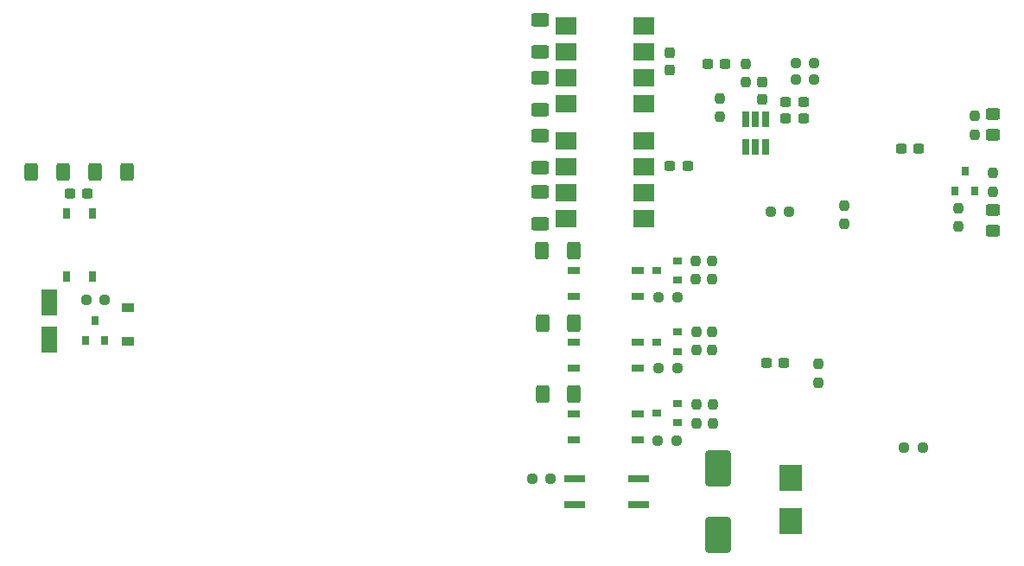
<source format=gbr>
%TF.GenerationSoftware,KiCad,Pcbnew,5.99.0-unknown-r23745-2d001796*%
%TF.CreationDate,2020-11-15T20:41:39+01:00*%
%TF.ProjectId,MadPresso,4d616450-7265-4737-936f-2e6b69636164,rev?*%
%TF.SameCoordinates,PXa8e54e0PY549d608*%
%TF.FileFunction,Paste,Top*%
%TF.FilePolarity,Positive*%
%FSLAX46Y46*%
G04 Gerber Fmt 4.6, Leading zero omitted, Abs format (unit mm)*
G04 Created by KiCad (PCBNEW 5.99.0-unknown-r23745-2d001796) date 2020-11-15 20:41:39*
%MOMM*%
%LPD*%
G01*
G04 APERTURE LIST*
G04 Aperture macros list*
%AMRoundRect*
0 Rectangle with rounded corners*
0 $1 Rounding radius*
0 $2 $3 $4 $5 $6 $7 $8 $9 X,Y pos of 4 corners*
0 Add a 4 corners polygon primitive as box body*
4,1,4,$2,$3,$4,$5,$6,$7,$8,$9,$2,$3,0*
0 Add four circle primitives for the rounded corners*
1,1,$1+$1,$2,$3,0*
1,1,$1+$1,$4,$5,0*
1,1,$1+$1,$6,$7,0*
1,1,$1+$1,$8,$9,0*
0 Add four rect primitives between the rounded corners*
20,1,$1+$1,$2,$3,$4,$5,0*
20,1,$1+$1,$4,$5,$6,$7,0*
20,1,$1+$1,$6,$7,$8,$9,0*
20,1,$1+$1,$8,$9,$2,$3,0*%
G04 Aperture macros list end*
%ADD10RoundRect,0.237500X-0.300000X-0.237500X0.300000X-0.237500X0.300000X0.237500X-0.300000X0.237500X0*%
%ADD11RoundRect,0.237500X-0.237500X0.300000X-0.237500X-0.300000X0.237500X-0.300000X0.237500X0.300000X0*%
%ADD12RoundRect,0.237500X0.300000X0.237500X-0.300000X0.237500X-0.300000X-0.237500X0.300000X-0.237500X0*%
%ADD13RoundRect,0.237500X-0.250000X-0.237500X0.250000X-0.237500X0.250000X0.237500X-0.250000X0.237500X0*%
%ADD14RoundRect,0.237500X-0.237500X0.250000X-0.237500X-0.250000X0.237500X-0.250000X0.237500X0.250000X0*%
%ADD15RoundRect,0.237500X0.237500X-0.250000X0.237500X0.250000X-0.237500X0.250000X-0.237500X-0.250000X0*%
%ADD16RoundRect,0.250000X0.400000X0.625000X-0.400000X0.625000X-0.400000X-0.625000X0.400000X-0.625000X0*%
%ADD17RoundRect,0.250000X0.625000X-0.400000X0.625000X0.400000X-0.625000X0.400000X-0.625000X-0.400000X0*%
%ADD18RoundRect,0.237500X0.250000X0.237500X-0.250000X0.237500X-0.250000X-0.237500X0.250000X-0.237500X0*%
%ADD19RoundRect,0.250000X-0.400000X-0.625000X0.400000X-0.625000X0.400000X0.625000X-0.400000X0.625000X0*%
%ADD20R,0.900000X0.800000*%
%ADD21R,1.200000X0.800000*%
%ADD22R,2.300000X2.500000*%
%ADD23R,1.200000X0.900000*%
%ADD24R,0.800000X0.900000*%
%ADD25R,2.000000X0.640000*%
%ADD26RoundRect,0.250000X1.000000X-1.500000X1.000000X1.500000X-1.000000X1.500000X-1.000000X-1.500000X0*%
%ADD27RoundRect,0.250000X-0.550000X1.050000X-0.550000X-1.050000X0.550000X-1.050000X0.550000X1.050000X0*%
%ADD28RoundRect,0.250000X0.450000X-0.325000X0.450000X0.325000X-0.450000X0.325000X-0.450000X-0.325000X0*%
%ADD29R,0.650000X1.560000*%
%ADD30R,2.000000X1.780000*%
%ADD31R,0.800000X1.000000*%
G04 APERTURE END LIST*
D10*
%TO.C,C11*%
X-91597500Y53045000D03*
X-93322500Y53045000D03*
%TD*%
%TO.C,C10*%
X-101037500Y72325000D03*
X-102762500Y72325000D03*
%TD*%
D11*
%TO.C,C9*%
X-102750000Y81737500D03*
X-102750000Y83462500D03*
%TD*%
D12*
%TO.C,C7*%
X-80112500Y74075000D03*
X-78387500Y74075000D03*
%TD*%
D10*
%TO.C,C6*%
X-89670000Y78582500D03*
X-91395000Y78582500D03*
%TD*%
%TO.C,C5*%
X-89662500Y77045000D03*
X-91387500Y77045000D03*
%TD*%
D11*
%TO.C,C4*%
X-93710000Y78845000D03*
X-93710000Y80570000D03*
%TD*%
D10*
%TO.C,C2*%
X-97322500Y82375000D03*
X-99047500Y82375000D03*
%TD*%
%TO.C,C1*%
X-159837500Y69625000D03*
X-161562500Y69625000D03*
%TD*%
D13*
%TO.C,R31*%
X-91077500Y67895000D03*
X-92902500Y67895000D03*
%TD*%
D14*
%TO.C,R30*%
X-98580000Y47142500D03*
X-98580000Y48967500D03*
%TD*%
D15*
%TO.C,R29*%
X-100170000Y48967500D03*
X-100170000Y47142500D03*
%TD*%
D13*
%TO.C,R28*%
X-102117500Y45445000D03*
X-103942500Y45445000D03*
%TD*%
D16*
%TO.C,R27*%
X-115237500Y49975000D03*
X-112137500Y49975000D03*
%TD*%
D14*
%TO.C,R26*%
X-98600000Y54282500D03*
X-98600000Y56107500D03*
%TD*%
D15*
%TO.C,R25*%
X-100190000Y56117500D03*
X-100190000Y54292500D03*
%TD*%
D13*
%TO.C,R24*%
X-102012500Y52515000D03*
X-103837500Y52515000D03*
%TD*%
D16*
%TO.C,R23*%
X-115237500Y56975000D03*
X-112137500Y56975000D03*
%TD*%
D14*
%TO.C,R22*%
X-98620000Y61237500D03*
X-98620000Y63062500D03*
%TD*%
D15*
%TO.C,R21*%
X-100240000Y63047500D03*
X-100240000Y61222500D03*
%TD*%
D13*
%TO.C,R20*%
X-102012500Y59505000D03*
X-103837500Y59505000D03*
%TD*%
D16*
%TO.C,R19*%
X-115274998Y64025000D03*
X-112174998Y64025000D03*
%TD*%
D15*
%TO.C,R18*%
X-85700000Y68480000D03*
X-85700000Y66655000D03*
%TD*%
D17*
%TO.C,R17*%
X-115500000Y69775000D03*
X-115500000Y66675000D03*
%TD*%
%TO.C,R16*%
X-115500000Y75287500D03*
X-115500000Y72187500D03*
%TD*%
D14*
%TO.C,R15*%
X-88230000Y51140000D03*
X-88230000Y52965000D03*
%TD*%
D17*
%TO.C,R14*%
X-115500000Y80975000D03*
X-115500000Y77875000D03*
%TD*%
%TO.C,R13*%
X-115500000Y86625000D03*
X-115500000Y83525000D03*
%TD*%
D14*
%TO.C,R12*%
X-72890000Y75437500D03*
X-72890000Y77262500D03*
%TD*%
D15*
%TO.C,R11*%
X-71135000Y71642500D03*
X-71135000Y69817500D03*
%TD*%
D18*
%TO.C,R10*%
X-90452499Y80807501D03*
X-88627499Y80807501D03*
%TD*%
%TO.C,R9*%
X-90447500Y82455000D03*
X-88622500Y82455000D03*
%TD*%
D15*
%TO.C,R8*%
X-74470000Y68232500D03*
X-74470000Y66407500D03*
%TD*%
D13*
%TO.C,R7*%
X-77987500Y44725000D03*
X-79812500Y44725000D03*
%TD*%
D18*
%TO.C,R6*%
X-116242500Y41695000D03*
X-114417500Y41695000D03*
%TD*%
D15*
%TO.C,R5*%
X-95300000Y82362500D03*
X-95300000Y80537500D03*
%TD*%
D14*
%TO.C,R4*%
X-97860000Y77140000D03*
X-97860000Y78965000D03*
%TD*%
D18*
%TO.C,R3*%
X-159937500Y59225000D03*
X-158112500Y59225000D03*
%TD*%
D16*
%TO.C,R2*%
X-159070000Y71725000D03*
X-155970000Y71725000D03*
%TD*%
D19*
%TO.C,R1*%
X-162250000Y71725000D03*
X-165350000Y71725000D03*
%TD*%
D20*
%TO.C,Q6*%
X-104050000Y55115000D03*
X-102050000Y56065000D03*
X-102050000Y54165000D03*
%TD*%
D21*
%TO.C,U7*%
X-105900000Y52535000D03*
X-112200000Y55075000D03*
X-105900000Y55075000D03*
X-112200000Y52535000D03*
%TD*%
%TO.C,U8*%
X-105900000Y45505000D03*
X-112200000Y48045000D03*
X-105900000Y48045000D03*
X-112200000Y45505000D03*
%TD*%
D20*
%TO.C,Q8*%
X-104050000Y48125000D03*
X-102050000Y49075000D03*
X-102050000Y47175000D03*
%TD*%
D22*
%TO.C,D3*%
X-90900000Y41825000D03*
X-90900000Y37525000D03*
%TD*%
D20*
%TO.C,Q4*%
X-104050000Y62105000D03*
X-102050000Y63055000D03*
X-102050000Y61155000D03*
%TD*%
D21*
%TO.C,U6*%
X-105900000Y59555000D03*
X-112200000Y62095000D03*
X-105900000Y62095000D03*
X-112200000Y59555000D03*
%TD*%
D23*
%TO.C,D2*%
X-155900000Y55175000D03*
X-155900000Y58475000D03*
%TD*%
D24*
%TO.C,Q1*%
X-159100000Y57225000D03*
X-158150000Y55225000D03*
X-160050000Y55225000D03*
%TD*%
D25*
%TO.C,U1*%
X-105805000Y41665000D03*
X-105805000Y39125000D03*
X-112105000Y39125000D03*
X-112105000Y41665000D03*
%TD*%
D26*
%TO.C,C8*%
X-98000000Y42725000D03*
X-98000000Y36225000D03*
%TD*%
D27*
%TO.C,C3*%
X-163600001Y55375000D03*
X-163600001Y58975000D03*
%TD*%
D28*
%TO.C,D4*%
X-71100000Y68075000D03*
X-71100000Y66025000D03*
%TD*%
D29*
%TO.C,U2*%
X-94360000Y74225000D03*
X-93410000Y74225000D03*
X-95310000Y74225000D03*
X-95310000Y76925000D03*
X-94360000Y76925000D03*
X-93410000Y76925000D03*
%TD*%
D30*
%TO.C,U4*%
X-105290000Y86035000D03*
X-112910000Y78415000D03*
X-105290000Y83495000D03*
X-112910000Y80955000D03*
X-105290000Y80955000D03*
X-112910000Y83495000D03*
X-105290000Y78415000D03*
X-112910000Y86035000D03*
%TD*%
D24*
%TO.C,Q2*%
X-73850000Y71875000D03*
X-72900000Y69875000D03*
X-74800000Y69875000D03*
%TD*%
D30*
%TO.C,U5*%
X-105300000Y74845000D03*
X-112920000Y67225000D03*
X-105300000Y72305000D03*
X-112920000Y69765000D03*
X-105300000Y69765000D03*
X-112920000Y72305000D03*
X-105300000Y67225000D03*
X-112920000Y74845000D03*
%TD*%
D31*
%TO.C,D1*%
X-159370000Y61550000D03*
X-161910000Y61550000D03*
X-161910000Y67700000D03*
X-159370000Y67700000D03*
%TD*%
D28*
%TO.C,D5*%
X-71100000Y77420000D03*
X-71100000Y75370000D03*
%TD*%
M02*

</source>
